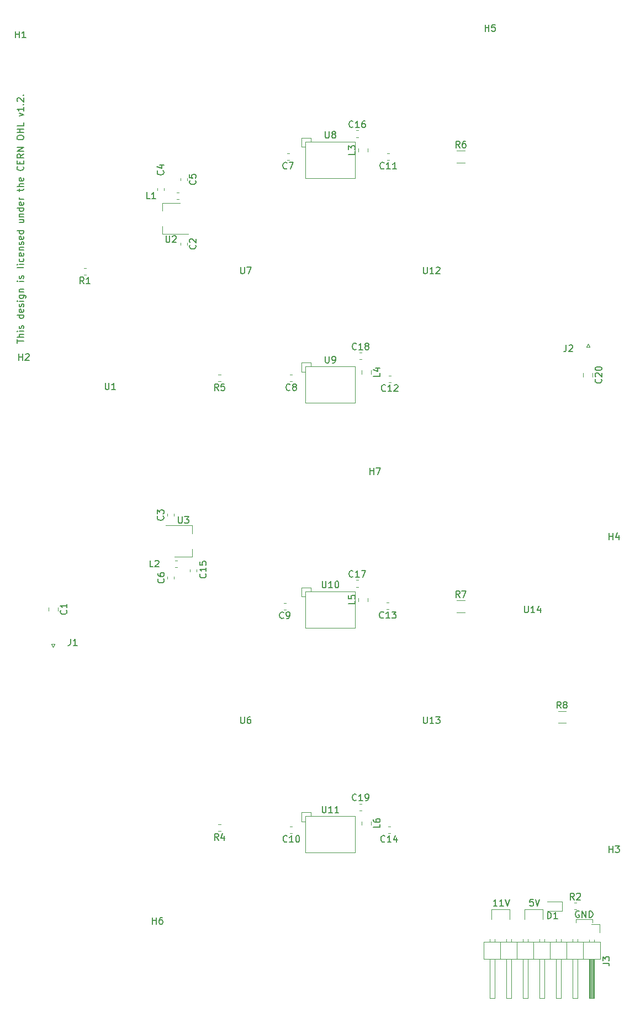
<source format=gto>
G04 #@! TF.GenerationSoftware,KiCad,Pcbnew,(5.99.0-221-ga18d3cc)*
G04 #@! TF.CreationDate,2019-11-20T11:00:34-07:00*
G04 #@! TF.ProjectId,gva-pha202amp,6776612d-7068-4613-9230-32616d702e6b,rev?*
G04 #@! TF.SameCoordinates,Original*
G04 #@! TF.FileFunction,Legend,Top*
G04 #@! TF.FilePolarity,Positive*
%FSLAX46Y46*%
G04 Gerber Fmt 4.6, Leading zero omitted, Abs format (unit mm)*
G04 Created by KiCad (PCBNEW (5.99.0-221-ga18d3cc)) date 2019-11-20 11:00:34*
%MOMM*%
%LPD*%
G04 APERTURE LIST*
%ADD10C,0.150000*%
%ADD11C,0.120000*%
%ADD12C,0.100000*%
G04 APERTURE END LIST*
D10*
X125452380Y-137095238D02*
X125452380Y-136523809D01*
X126452380Y-136809523D02*
X125452380Y-136809523D01*
X126452380Y-136190476D02*
X125452380Y-136190476D01*
X126452380Y-135761904D02*
X125928571Y-135761904D01*
X125833333Y-135809523D01*
X125785714Y-135904761D01*
X125785714Y-136047619D01*
X125833333Y-136142857D01*
X125880952Y-136190476D01*
X126452380Y-135285714D02*
X125785714Y-135285714D01*
X125452380Y-135285714D02*
X125500000Y-135333333D01*
X125547619Y-135285714D01*
X125500000Y-135238095D01*
X125452380Y-135285714D01*
X125547619Y-135285714D01*
X126404761Y-134857142D02*
X126452380Y-134761904D01*
X126452380Y-134571428D01*
X126404761Y-134476190D01*
X126309523Y-134428571D01*
X126261904Y-134428571D01*
X126166666Y-134476190D01*
X126119047Y-134571428D01*
X126119047Y-134714285D01*
X126071428Y-134809523D01*
X125976190Y-134857142D01*
X125928571Y-134857142D01*
X125833333Y-134809523D01*
X125785714Y-134714285D01*
X125785714Y-134571428D01*
X125833333Y-134476190D01*
X126452380Y-132809523D02*
X125452380Y-132809523D01*
X126404761Y-132809523D02*
X126452380Y-132904761D01*
X126452380Y-133095238D01*
X126404761Y-133190476D01*
X126357142Y-133238095D01*
X126261904Y-133285714D01*
X125976190Y-133285714D01*
X125880952Y-133238095D01*
X125833333Y-133190476D01*
X125785714Y-133095238D01*
X125785714Y-132904761D01*
X125833333Y-132809523D01*
X126404761Y-131952380D02*
X126452380Y-132047619D01*
X126452380Y-132238095D01*
X126404761Y-132333333D01*
X126309523Y-132380952D01*
X125928571Y-132380952D01*
X125833333Y-132333333D01*
X125785714Y-132238095D01*
X125785714Y-132047619D01*
X125833333Y-131952380D01*
X125928571Y-131904761D01*
X126023809Y-131904761D01*
X126119047Y-132380952D01*
X126404761Y-131523809D02*
X126452380Y-131428571D01*
X126452380Y-131238095D01*
X126404761Y-131142857D01*
X126309523Y-131095238D01*
X126261904Y-131095238D01*
X126166666Y-131142857D01*
X126119047Y-131238095D01*
X126119047Y-131380952D01*
X126071428Y-131476190D01*
X125976190Y-131523809D01*
X125928571Y-131523809D01*
X125833333Y-131476190D01*
X125785714Y-131380952D01*
X125785714Y-131238095D01*
X125833333Y-131142857D01*
X126452380Y-130666666D02*
X125785714Y-130666666D01*
X125452380Y-130666666D02*
X125500000Y-130714285D01*
X125547619Y-130666666D01*
X125500000Y-130619047D01*
X125452380Y-130666666D01*
X125547619Y-130666666D01*
X125785714Y-129761904D02*
X126595238Y-129761904D01*
X126690476Y-129809523D01*
X126738095Y-129857142D01*
X126785714Y-129952380D01*
X126785714Y-130095238D01*
X126738095Y-130190476D01*
X126404761Y-129761904D02*
X126452380Y-129857142D01*
X126452380Y-130047619D01*
X126404761Y-130142857D01*
X126357142Y-130190476D01*
X126261904Y-130238095D01*
X125976190Y-130238095D01*
X125880952Y-130190476D01*
X125833333Y-130142857D01*
X125785714Y-130047619D01*
X125785714Y-129857142D01*
X125833333Y-129761904D01*
X125785714Y-129285714D02*
X126452380Y-129285714D01*
X125880952Y-129285714D02*
X125833333Y-129238095D01*
X125785714Y-129142857D01*
X125785714Y-129000000D01*
X125833333Y-128904761D01*
X125928571Y-128857142D01*
X126452380Y-128857142D01*
X126452380Y-127619047D02*
X125785714Y-127619047D01*
X125452380Y-127619047D02*
X125500000Y-127666666D01*
X125547619Y-127619047D01*
X125500000Y-127571428D01*
X125452380Y-127619047D01*
X125547619Y-127619047D01*
X126404761Y-127190476D02*
X126452380Y-127095238D01*
X126452380Y-126904761D01*
X126404761Y-126809523D01*
X126309523Y-126761904D01*
X126261904Y-126761904D01*
X126166666Y-126809523D01*
X126119047Y-126904761D01*
X126119047Y-127047619D01*
X126071428Y-127142857D01*
X125976190Y-127190476D01*
X125928571Y-127190476D01*
X125833333Y-127142857D01*
X125785714Y-127047619D01*
X125785714Y-126904761D01*
X125833333Y-126809523D01*
X126452380Y-125428571D02*
X126404761Y-125523809D01*
X126309523Y-125571428D01*
X125452380Y-125571428D01*
X126452380Y-125047619D02*
X125785714Y-125047619D01*
X125452380Y-125047619D02*
X125500000Y-125095238D01*
X125547619Y-125047619D01*
X125500000Y-125000000D01*
X125452380Y-125047619D01*
X125547619Y-125047619D01*
X126404761Y-124142857D02*
X126452380Y-124238095D01*
X126452380Y-124428571D01*
X126404761Y-124523809D01*
X126357142Y-124571428D01*
X126261904Y-124619047D01*
X125976190Y-124619047D01*
X125880952Y-124571428D01*
X125833333Y-124523809D01*
X125785714Y-124428571D01*
X125785714Y-124238095D01*
X125833333Y-124142857D01*
X126404761Y-123333333D02*
X126452380Y-123428571D01*
X126452380Y-123619047D01*
X126404761Y-123714285D01*
X126309523Y-123761904D01*
X125928571Y-123761904D01*
X125833333Y-123714285D01*
X125785714Y-123619047D01*
X125785714Y-123428571D01*
X125833333Y-123333333D01*
X125928571Y-123285714D01*
X126023809Y-123285714D01*
X126119047Y-123761904D01*
X125785714Y-122857142D02*
X126452380Y-122857142D01*
X125880952Y-122857142D02*
X125833333Y-122809523D01*
X125785714Y-122714285D01*
X125785714Y-122571428D01*
X125833333Y-122476190D01*
X125928571Y-122428571D01*
X126452380Y-122428571D01*
X126404761Y-122000000D02*
X126452380Y-121904761D01*
X126452380Y-121714285D01*
X126404761Y-121619047D01*
X126309523Y-121571428D01*
X126261904Y-121571428D01*
X126166666Y-121619047D01*
X126119047Y-121714285D01*
X126119047Y-121857142D01*
X126071428Y-121952380D01*
X125976190Y-122000000D01*
X125928571Y-122000000D01*
X125833333Y-121952380D01*
X125785714Y-121857142D01*
X125785714Y-121714285D01*
X125833333Y-121619047D01*
X126404761Y-120761904D02*
X126452380Y-120857142D01*
X126452380Y-121047619D01*
X126404761Y-121142857D01*
X126309523Y-121190476D01*
X125928571Y-121190476D01*
X125833333Y-121142857D01*
X125785714Y-121047619D01*
X125785714Y-120857142D01*
X125833333Y-120761904D01*
X125928571Y-120714285D01*
X126023809Y-120714285D01*
X126119047Y-121190476D01*
X126452380Y-119857142D02*
X125452380Y-119857142D01*
X126404761Y-119857142D02*
X126452380Y-119952380D01*
X126452380Y-120142857D01*
X126404761Y-120238095D01*
X126357142Y-120285714D01*
X126261904Y-120333333D01*
X125976190Y-120333333D01*
X125880952Y-120285714D01*
X125833333Y-120238095D01*
X125785714Y-120142857D01*
X125785714Y-119952380D01*
X125833333Y-119857142D01*
X125785714Y-118190476D02*
X126452380Y-118190476D01*
X125785714Y-118619047D02*
X126309523Y-118619047D01*
X126404761Y-118571428D01*
X126452380Y-118476190D01*
X126452380Y-118333333D01*
X126404761Y-118238095D01*
X126357142Y-118190476D01*
X125785714Y-117714285D02*
X126452380Y-117714285D01*
X125880952Y-117714285D02*
X125833333Y-117666666D01*
X125785714Y-117571428D01*
X125785714Y-117428571D01*
X125833333Y-117333333D01*
X125928571Y-117285714D01*
X126452380Y-117285714D01*
X126452380Y-116380952D02*
X125452380Y-116380952D01*
X126404761Y-116380952D02*
X126452380Y-116476190D01*
X126452380Y-116666666D01*
X126404761Y-116761904D01*
X126357142Y-116809523D01*
X126261904Y-116857142D01*
X125976190Y-116857142D01*
X125880952Y-116809523D01*
X125833333Y-116761904D01*
X125785714Y-116666666D01*
X125785714Y-116476190D01*
X125833333Y-116380952D01*
X126404761Y-115523809D02*
X126452380Y-115619047D01*
X126452380Y-115809523D01*
X126404761Y-115904761D01*
X126309523Y-115952380D01*
X125928571Y-115952380D01*
X125833333Y-115904761D01*
X125785714Y-115809523D01*
X125785714Y-115619047D01*
X125833333Y-115523809D01*
X125928571Y-115476190D01*
X126023809Y-115476190D01*
X126119047Y-115952380D01*
X126452380Y-115047619D02*
X125785714Y-115047619D01*
X125976190Y-115047619D02*
X125880952Y-115000000D01*
X125833333Y-114952380D01*
X125785714Y-114857142D01*
X125785714Y-114761904D01*
X125785714Y-113809523D02*
X125785714Y-113428571D01*
X125452380Y-113666666D02*
X126309523Y-113666666D01*
X126404761Y-113619047D01*
X126452380Y-113523809D01*
X126452380Y-113428571D01*
X126452380Y-113095238D02*
X125452380Y-113095238D01*
X126452380Y-112666666D02*
X125928571Y-112666666D01*
X125833333Y-112714285D01*
X125785714Y-112809523D01*
X125785714Y-112952380D01*
X125833333Y-113047619D01*
X125880952Y-113095238D01*
X126404761Y-111809523D02*
X126452380Y-111904761D01*
X126452380Y-112095238D01*
X126404761Y-112190476D01*
X126309523Y-112238095D01*
X125928571Y-112238095D01*
X125833333Y-112190476D01*
X125785714Y-112095238D01*
X125785714Y-111904761D01*
X125833333Y-111809523D01*
X125928571Y-111761904D01*
X126023809Y-111761904D01*
X126119047Y-112238095D01*
X126357142Y-110000000D02*
X126404761Y-110047619D01*
X126452380Y-110190476D01*
X126452380Y-110285714D01*
X126404761Y-110428571D01*
X126309523Y-110523809D01*
X126214285Y-110571428D01*
X126023809Y-110619047D01*
X125880952Y-110619047D01*
X125690476Y-110571428D01*
X125595238Y-110523809D01*
X125500000Y-110428571D01*
X125452380Y-110285714D01*
X125452380Y-110190476D01*
X125500000Y-110047619D01*
X125547619Y-110000000D01*
X125928571Y-109571428D02*
X125928571Y-109238095D01*
X126452380Y-109095238D02*
X126452380Y-109571428D01*
X125452380Y-109571428D01*
X125452380Y-109095238D01*
X126452380Y-108095238D02*
X125976190Y-108428571D01*
X126452380Y-108666666D02*
X125452380Y-108666666D01*
X125452380Y-108285714D01*
X125500000Y-108190476D01*
X125547619Y-108142857D01*
X125642857Y-108095238D01*
X125785714Y-108095238D01*
X125880952Y-108142857D01*
X125928571Y-108190476D01*
X125976190Y-108285714D01*
X125976190Y-108666666D01*
X126452380Y-107666666D02*
X125452380Y-107666666D01*
X126452380Y-107095238D01*
X125452380Y-107095238D01*
X125452380Y-105666666D02*
X125452380Y-105476190D01*
X125500000Y-105380952D01*
X125595238Y-105285714D01*
X125785714Y-105238095D01*
X126119047Y-105238095D01*
X126309523Y-105285714D01*
X126404761Y-105380952D01*
X126452380Y-105476190D01*
X126452380Y-105666666D01*
X126404761Y-105761904D01*
X126309523Y-105857142D01*
X126119047Y-105904761D01*
X125785714Y-105904761D01*
X125595238Y-105857142D01*
X125500000Y-105761904D01*
X125452380Y-105666666D01*
X126452380Y-104809523D02*
X125452380Y-104809523D01*
X125928571Y-104809523D02*
X125928571Y-104238095D01*
X126452380Y-104238095D02*
X125452380Y-104238095D01*
X126452380Y-103285714D02*
X126452380Y-103761904D01*
X125452380Y-103761904D01*
X125785714Y-102285714D02*
X126452380Y-102047619D01*
X125785714Y-101809523D01*
X126452380Y-100904761D02*
X126452380Y-101476190D01*
X126452380Y-101190476D02*
X125452380Y-101190476D01*
X125595238Y-101285714D01*
X125690476Y-101380952D01*
X125738095Y-101476190D01*
X126357142Y-100476190D02*
X126404761Y-100428571D01*
X126452380Y-100476190D01*
X126404761Y-100523809D01*
X126357142Y-100476190D01*
X126452380Y-100476190D01*
X125547619Y-100047619D02*
X125500000Y-100000000D01*
X125452380Y-99904761D01*
X125452380Y-99666666D01*
X125500000Y-99571428D01*
X125547619Y-99523809D01*
X125642857Y-99476190D01*
X125738095Y-99476190D01*
X125880952Y-99523809D01*
X126452380Y-100095238D01*
X126452380Y-99476190D01*
X126357142Y-99047619D02*
X126404761Y-99000000D01*
X126452380Y-99047619D01*
X126404761Y-99095238D01*
X126357142Y-99047619D01*
X126452380Y-99047619D01*
D11*
X213672000Y-225550000D02*
X213672000Y-226058000D01*
X211132000Y-225550000D02*
X213672000Y-225550000D01*
X211132000Y-226058000D02*
X211132000Y-225550000D01*
X206052000Y-224026000D02*
X206052000Y-225550000D01*
X203258000Y-224026000D02*
X206052000Y-224026000D01*
X203258000Y-225550000D02*
X203258000Y-224026000D01*
X200972000Y-224026000D02*
X200972000Y-225550000D01*
X198178000Y-224026000D02*
X200972000Y-224026000D01*
X198178000Y-225550000D02*
X198178000Y-224026000D01*
D10*
X211640095Y-224288000D02*
X211544857Y-224240380D01*
X211402000Y-224240380D01*
X211259142Y-224288000D01*
X211163904Y-224383238D01*
X211116285Y-224478476D01*
X211068666Y-224668952D01*
X211068666Y-224811809D01*
X211116285Y-225002285D01*
X211163904Y-225097523D01*
X211259142Y-225192761D01*
X211402000Y-225240380D01*
X211497238Y-225240380D01*
X211640095Y-225192761D01*
X211687714Y-225145142D01*
X211687714Y-224811809D01*
X211497238Y-224811809D01*
X212116285Y-225240380D02*
X212116285Y-224240380D01*
X212687714Y-225240380D01*
X212687714Y-224240380D01*
X213163904Y-225240380D02*
X213163904Y-224240380D01*
X213402000Y-224240380D01*
X213544857Y-224288000D01*
X213640095Y-224383238D01*
X213687714Y-224478476D01*
X213735333Y-224668952D01*
X213735333Y-224811809D01*
X213687714Y-225002285D01*
X213640095Y-225097523D01*
X213544857Y-225192761D01*
X213402000Y-225240380D01*
X213163904Y-225240380D01*
X204599523Y-222462380D02*
X204123333Y-222462380D01*
X204075714Y-222938571D01*
X204123333Y-222890952D01*
X204218571Y-222843333D01*
X204456666Y-222843333D01*
X204551904Y-222890952D01*
X204599523Y-222938571D01*
X204647142Y-223033809D01*
X204647142Y-223271904D01*
X204599523Y-223367142D01*
X204551904Y-223414761D01*
X204456666Y-223462380D01*
X204218571Y-223462380D01*
X204123333Y-223414761D01*
X204075714Y-223367142D01*
X204932857Y-222462380D02*
X205266190Y-223462380D01*
X205599523Y-222462380D01*
X199082952Y-223462380D02*
X198511523Y-223462380D01*
X198797238Y-223462380D02*
X198797238Y-222462380D01*
X198702000Y-222605238D01*
X198606761Y-222700476D01*
X198511523Y-222748095D01*
X200035333Y-223462380D02*
X199463904Y-223462380D01*
X199749619Y-223462380D02*
X199749619Y-222462380D01*
X199654380Y-222605238D01*
X199559142Y-222700476D01*
X199463904Y-222748095D01*
X200321047Y-222462380D02*
X200654380Y-223462380D01*
X200987714Y-222462380D01*
D11*
X151990000Y-172171267D02*
X151990000Y-171828733D01*
X153010000Y-172171267D02*
X153010000Y-171828733D01*
D12*
X169700000Y-209700000D02*
X177300000Y-209700000D01*
X177300000Y-209700000D02*
X177300000Y-215300000D01*
X177300000Y-215300000D02*
X169700000Y-215300000D01*
X169700000Y-215300000D02*
X169700000Y-209700000D01*
X169700000Y-210500000D02*
X169100000Y-210500000D01*
X169100000Y-210500000D02*
X169100000Y-209100000D01*
X169100000Y-209100000D02*
X170500000Y-209100000D01*
X170500000Y-209100000D02*
X170500000Y-209700000D01*
D11*
X210887221Y-222990000D02*
X211212779Y-222990000D01*
X210887221Y-224010000D02*
X211212779Y-224010000D01*
X214870000Y-228980000D02*
X196970000Y-228980000D01*
X196970000Y-228980000D02*
X196970000Y-231640000D01*
X196970000Y-231640000D02*
X214870000Y-231640000D01*
X214870000Y-231640000D02*
X214870000Y-228980000D01*
X213920000Y-231640000D02*
X213920000Y-237640000D01*
X213920000Y-237640000D02*
X213160000Y-237640000D01*
X213160000Y-237640000D02*
X213160000Y-231640000D01*
X213860000Y-231640000D02*
X213860000Y-237640000D01*
X213740000Y-231640000D02*
X213740000Y-237640000D01*
X213620000Y-231640000D02*
X213620000Y-237640000D01*
X213500000Y-231640000D02*
X213500000Y-237640000D01*
X213380000Y-231640000D02*
X213380000Y-237640000D01*
X213260000Y-231640000D02*
X213260000Y-237640000D01*
X213920000Y-228650000D02*
X213920000Y-228980000D01*
X213160000Y-228650000D02*
X213160000Y-228980000D01*
X212270000Y-228980000D02*
X212270000Y-231640000D01*
X211380000Y-231640000D02*
X211380000Y-237640000D01*
X211380000Y-237640000D02*
X210620000Y-237640000D01*
X210620000Y-237640000D02*
X210620000Y-231640000D01*
X211380000Y-228582929D02*
X211380000Y-228980000D01*
X210620000Y-228582929D02*
X210620000Y-228980000D01*
X209730000Y-228980000D02*
X209730000Y-231640000D01*
X208840000Y-231640000D02*
X208840000Y-237640000D01*
X208840000Y-237640000D02*
X208080000Y-237640000D01*
X208080000Y-237640000D02*
X208080000Y-231640000D01*
X208840000Y-228582929D02*
X208840000Y-228980000D01*
X208080000Y-228582929D02*
X208080000Y-228980000D01*
X207190000Y-228980000D02*
X207190000Y-231640000D01*
X206300000Y-231640000D02*
X206300000Y-237640000D01*
X206300000Y-237640000D02*
X205540000Y-237640000D01*
X205540000Y-237640000D02*
X205540000Y-231640000D01*
X206300000Y-228582929D02*
X206300000Y-228980000D01*
X205540000Y-228582929D02*
X205540000Y-228980000D01*
X204650000Y-228980000D02*
X204650000Y-231640000D01*
X203760000Y-231640000D02*
X203760000Y-237640000D01*
X203760000Y-237640000D02*
X203000000Y-237640000D01*
X203000000Y-237640000D02*
X203000000Y-231640000D01*
X203760000Y-228582929D02*
X203760000Y-228980000D01*
X203000000Y-228582929D02*
X203000000Y-228980000D01*
X202110000Y-228980000D02*
X202110000Y-231640000D01*
X201220000Y-231640000D02*
X201220000Y-237640000D01*
X201220000Y-237640000D02*
X200460000Y-237640000D01*
X200460000Y-237640000D02*
X200460000Y-231640000D01*
X201220000Y-228582929D02*
X201220000Y-228980000D01*
X200460000Y-228582929D02*
X200460000Y-228980000D01*
X199570000Y-228980000D02*
X199570000Y-231640000D01*
X198680000Y-231640000D02*
X198680000Y-237640000D01*
X198680000Y-237640000D02*
X197920000Y-237640000D01*
X197920000Y-237640000D02*
X197920000Y-231640000D01*
X198680000Y-228582929D02*
X198680000Y-228980000D01*
X197920000Y-228582929D02*
X197920000Y-228980000D01*
X213540000Y-226270000D02*
X214810000Y-226270000D01*
X214810000Y-226270000D02*
X214810000Y-227540000D01*
X206740000Y-224275000D02*
X209025000Y-224275000D01*
X209025000Y-224275000D02*
X209025000Y-222805000D01*
X209025000Y-222805000D02*
X206740000Y-222805000D01*
D12*
X169700000Y-175200000D02*
X177300000Y-175200000D01*
X177300000Y-175200000D02*
X177300000Y-180800000D01*
X177300000Y-180800000D02*
X169700000Y-180800000D01*
X169700000Y-180800000D02*
X169700000Y-175200000D01*
X169700000Y-176000000D02*
X169100000Y-176000000D01*
X169100000Y-176000000D02*
X169100000Y-174600000D01*
X169100000Y-174600000D02*
X170500000Y-174600000D01*
X170500000Y-174600000D02*
X170500000Y-175200000D01*
X169700000Y-140700000D02*
X177300000Y-140700000D01*
X177300000Y-140700000D02*
X177300000Y-146300000D01*
X177300000Y-146300000D02*
X169700000Y-146300000D01*
X169700000Y-146300000D02*
X169700000Y-140700000D01*
X169700000Y-141500000D02*
X169100000Y-141500000D01*
X169100000Y-141500000D02*
X169100000Y-140100000D01*
X169100000Y-140100000D02*
X170500000Y-140100000D01*
X170500000Y-140100000D02*
X170500000Y-140700000D01*
X169700000Y-106200000D02*
X177300000Y-106200000D01*
X177300000Y-106200000D02*
X177300000Y-111800000D01*
X177300000Y-111800000D02*
X169700000Y-111800000D01*
X169700000Y-111800000D02*
X169700000Y-106200000D01*
X169700000Y-107000000D02*
X169100000Y-107000000D01*
X169100000Y-107000000D02*
X169100000Y-105600000D01*
X169100000Y-105600000D02*
X170500000Y-105600000D01*
X170500000Y-105600000D02*
X170500000Y-106200000D01*
D11*
X208410436Y-193590000D02*
X209614564Y-193590000D01*
X208410436Y-195410000D02*
X209614564Y-195410000D01*
X192897936Y-176590000D02*
X194102064Y-176590000D01*
X192897936Y-178410000D02*
X194102064Y-178410000D01*
X192897936Y-107590000D02*
X194102064Y-107590000D01*
X192897936Y-109410000D02*
X194102064Y-109410000D01*
X156671267Y-143010000D02*
X156328733Y-143010000D01*
X156671267Y-141990000D02*
X156328733Y-141990000D01*
X156671267Y-212010000D02*
X156328733Y-212010000D01*
X156671267Y-210990000D02*
X156328733Y-210990000D01*
X136046267Y-126635000D02*
X135703733Y-126635000D01*
X136046267Y-125615000D02*
X135703733Y-125615000D01*
X179710000Y-210513748D02*
X179710000Y-211036252D01*
X178290000Y-210513748D02*
X178290000Y-211036252D01*
X177790000Y-176736252D02*
X177790000Y-176213748D01*
X179210000Y-176736252D02*
X179210000Y-176213748D01*
X179710000Y-141313748D02*
X179710000Y-141836252D01*
X178290000Y-141313748D02*
X178290000Y-141836252D01*
X177790000Y-107786252D02*
X177790000Y-107263748D01*
X179210000Y-107786252D02*
X179210000Y-107263748D01*
X150046267Y-171510000D02*
X149703733Y-171510000D01*
X150046267Y-170490000D02*
X149703733Y-170490000D01*
X150296267Y-115010000D02*
X149953733Y-115010000D01*
X150296267Y-113990000D02*
X149953733Y-113990000D01*
X213710000Y-141741422D02*
X213710000Y-142258578D01*
X212290000Y-141741422D02*
X212290000Y-142258578D01*
X177953733Y-207790000D02*
X178296267Y-207790000D01*
X177953733Y-208810000D02*
X178296267Y-208810000D01*
X177953733Y-138590000D02*
X178296267Y-138590000D01*
X177953733Y-139610000D02*
X178296267Y-139610000D01*
X177453733Y-173490000D02*
X177796267Y-173490000D01*
X177453733Y-174510000D02*
X177796267Y-174510000D01*
X177453733Y-104490000D02*
X177796267Y-104490000D01*
X177453733Y-105510000D02*
X177796267Y-105510000D01*
X182671267Y-212310000D02*
X182328733Y-212310000D01*
X182671267Y-211290000D02*
X182328733Y-211290000D01*
X182471267Y-177960000D02*
X182128733Y-177960000D01*
X182471267Y-176940000D02*
X182128733Y-176940000D01*
X182771267Y-143135000D02*
X182428733Y-143135000D01*
X182771267Y-142115000D02*
X182428733Y-142115000D01*
X182546267Y-109010000D02*
X182203733Y-109010000D01*
X182546267Y-107990000D02*
X182203733Y-107990000D01*
X167671267Y-212310000D02*
X167328733Y-212310000D01*
X167671267Y-211290000D02*
X167328733Y-211290000D01*
X166671267Y-178010000D02*
X166328733Y-178010000D01*
X166671267Y-176990000D02*
X166328733Y-176990000D01*
X167671267Y-143010000D02*
X167328733Y-143010000D01*
X167671267Y-141990000D02*
X167328733Y-141990000D01*
X167171267Y-109010000D02*
X166828733Y-109010000D01*
X167171267Y-107990000D02*
X166828733Y-107990000D01*
X148490000Y-173296267D02*
X148490000Y-172953733D01*
X149510000Y-173296267D02*
X149510000Y-172953733D01*
X151510000Y-111828733D02*
X151510000Y-112171267D01*
X150490000Y-111828733D02*
X150490000Y-112171267D01*
X148010000Y-113328733D02*
X148010000Y-113671267D01*
X146990000Y-113328733D02*
X146990000Y-113671267D01*
X148490000Y-163671267D02*
X148490000Y-163328733D01*
X149510000Y-163671267D02*
X149510000Y-163328733D01*
X151510000Y-121703733D02*
X151510000Y-122046267D01*
X150490000Y-121703733D02*
X150490000Y-122046267D01*
X213250000Y-137710000D02*
X213000000Y-137210000D01*
X212750000Y-137710000D02*
X213250000Y-137710000D01*
X213000000Y-137210000D02*
X212750000Y-137710000D01*
X130750000Y-183290000D02*
X131000000Y-183790000D01*
X131250000Y-183290000D02*
X130750000Y-183290000D01*
X131000000Y-183790000D02*
X131250000Y-183290000D01*
X131710000Y-177678922D02*
X131710000Y-178196078D01*
X130290000Y-177678922D02*
X130290000Y-178196078D01*
X152280000Y-168700000D02*
X152280000Y-169900000D01*
X152280000Y-169900000D02*
X149580000Y-169900000D01*
X148280000Y-165100000D02*
X152280000Y-165100000D01*
X152280000Y-165100000D02*
X152280000Y-166300000D01*
X147720000Y-116800000D02*
X147720000Y-115600000D01*
X147720000Y-115600000D02*
X150420000Y-115600000D01*
X151720000Y-120400000D02*
X147720000Y-120400000D01*
X147720000Y-120400000D02*
X147720000Y-119200000D01*
D10*
X179588095Y-157252380D02*
X179588095Y-156252380D01*
X179588095Y-156728571D02*
X180159523Y-156728571D01*
X180159523Y-157252380D02*
X180159523Y-156252380D01*
X180540476Y-156252380D02*
X181207142Y-156252380D01*
X180778571Y-157252380D01*
X146238095Y-226252380D02*
X146238095Y-225252380D01*
X146238095Y-225728571D02*
X146809523Y-225728571D01*
X146809523Y-226252380D02*
X146809523Y-225252380D01*
X147714285Y-225252380D02*
X147523809Y-225252380D01*
X147428571Y-225300000D01*
X147380952Y-225347619D01*
X147285714Y-225490476D01*
X147238095Y-225680952D01*
X147238095Y-226061904D01*
X147285714Y-226157142D01*
X147333333Y-226204761D01*
X147428571Y-226252380D01*
X147619047Y-226252380D01*
X147714285Y-226204761D01*
X147761904Y-226157142D01*
X147809523Y-226061904D01*
X147809523Y-225823809D01*
X147761904Y-225728571D01*
X147714285Y-225680952D01*
X147619047Y-225633333D01*
X147428571Y-225633333D01*
X147333333Y-225680952D01*
X147285714Y-225728571D01*
X147238095Y-225823809D01*
X197238095Y-89252380D02*
X197238095Y-88252380D01*
X197238095Y-88728571D02*
X197809523Y-88728571D01*
X197809523Y-89252380D02*
X197809523Y-88252380D01*
X198761904Y-88252380D02*
X198285714Y-88252380D01*
X198238095Y-88728571D01*
X198285714Y-88680952D01*
X198380952Y-88633333D01*
X198619047Y-88633333D01*
X198714285Y-88680952D01*
X198761904Y-88728571D01*
X198809523Y-88823809D01*
X198809523Y-89061904D01*
X198761904Y-89157142D01*
X198714285Y-89204761D01*
X198619047Y-89252380D01*
X198380952Y-89252380D01*
X198285714Y-89204761D01*
X198238095Y-89157142D01*
X216238095Y-167252380D02*
X216238095Y-166252380D01*
X216238095Y-166728571D02*
X216809523Y-166728571D01*
X216809523Y-167252380D02*
X216809523Y-166252380D01*
X217714285Y-166585714D02*
X217714285Y-167252380D01*
X217476190Y-166204761D02*
X217238095Y-166919047D01*
X217857142Y-166919047D01*
X216238095Y-215252380D02*
X216238095Y-214252380D01*
X216238095Y-214728571D02*
X216809523Y-214728571D01*
X216809523Y-215252380D02*
X216809523Y-214252380D01*
X217190476Y-214252380D02*
X217809523Y-214252380D01*
X217476190Y-214633333D01*
X217619047Y-214633333D01*
X217714285Y-214680952D01*
X217761904Y-214728571D01*
X217809523Y-214823809D01*
X217809523Y-215061904D01*
X217761904Y-215157142D01*
X217714285Y-215204761D01*
X217619047Y-215252380D01*
X217333333Y-215252380D01*
X217238095Y-215204761D01*
X217190476Y-215157142D01*
X125738095Y-139752380D02*
X125738095Y-138752380D01*
X125738095Y-139228571D02*
X126309523Y-139228571D01*
X126309523Y-139752380D02*
X126309523Y-138752380D01*
X126738095Y-138847619D02*
X126785714Y-138800000D01*
X126880952Y-138752380D01*
X127119047Y-138752380D01*
X127214285Y-138800000D01*
X127261904Y-138847619D01*
X127309523Y-138942857D01*
X127309523Y-139038095D01*
X127261904Y-139180952D01*
X126690476Y-139752380D01*
X127309523Y-139752380D01*
X125238095Y-90252380D02*
X125238095Y-89252380D01*
X125238095Y-89728571D02*
X125809523Y-89728571D01*
X125809523Y-90252380D02*
X125809523Y-89252380D01*
X126809523Y-90252380D02*
X126238095Y-90252380D01*
X126523809Y-90252380D02*
X126523809Y-89252380D01*
X126428571Y-89395238D01*
X126333333Y-89490476D01*
X126238095Y-89538095D01*
X154357142Y-172517857D02*
X154404761Y-172565476D01*
X154452380Y-172708333D01*
X154452380Y-172803571D01*
X154404761Y-172946428D01*
X154309523Y-173041666D01*
X154214285Y-173089285D01*
X154023809Y-173136904D01*
X153880952Y-173136904D01*
X153690476Y-173089285D01*
X153595238Y-173041666D01*
X153500000Y-172946428D01*
X153452380Y-172803571D01*
X153452380Y-172708333D01*
X153500000Y-172565476D01*
X153547619Y-172517857D01*
X154452380Y-171565476D02*
X154452380Y-172136904D01*
X154452380Y-171851190D02*
X153452380Y-171851190D01*
X153595238Y-171946428D01*
X153690476Y-172041666D01*
X153738095Y-172136904D01*
X153452380Y-170660714D02*
X153452380Y-171136904D01*
X153928571Y-171184523D01*
X153880952Y-171136904D01*
X153833333Y-171041666D01*
X153833333Y-170803571D01*
X153880952Y-170708333D01*
X153928571Y-170660714D01*
X154023809Y-170613095D01*
X154261904Y-170613095D01*
X154357142Y-170660714D01*
X154404761Y-170708333D01*
X154452380Y-170803571D01*
X154452380Y-171041666D01*
X154404761Y-171136904D01*
X154357142Y-171184523D01*
X172261904Y-208152380D02*
X172261904Y-208961904D01*
X172309523Y-209057142D01*
X172357142Y-209104761D01*
X172452380Y-209152380D01*
X172642857Y-209152380D01*
X172738095Y-209104761D01*
X172785714Y-209057142D01*
X172833333Y-208961904D01*
X172833333Y-208152380D01*
X173833333Y-209152380D02*
X173261904Y-209152380D01*
X173547619Y-209152380D02*
X173547619Y-208152380D01*
X173452380Y-208295238D01*
X173357142Y-208390476D01*
X173261904Y-208438095D01*
X174785714Y-209152380D02*
X174214285Y-209152380D01*
X174500000Y-209152380D02*
X174500000Y-208152380D01*
X174404761Y-208295238D01*
X174309523Y-208390476D01*
X174214285Y-208438095D01*
X210883333Y-222522380D02*
X210550000Y-222046190D01*
X210311904Y-222522380D02*
X210311904Y-221522380D01*
X210692857Y-221522380D01*
X210788095Y-221570000D01*
X210835714Y-221617619D01*
X210883333Y-221712857D01*
X210883333Y-221855714D01*
X210835714Y-221950952D01*
X210788095Y-221998571D01*
X210692857Y-222046190D01*
X210311904Y-222046190D01*
X211264285Y-221617619D02*
X211311904Y-221570000D01*
X211407142Y-221522380D01*
X211645238Y-221522380D01*
X211740476Y-221570000D01*
X211788095Y-221617619D01*
X211835714Y-221712857D01*
X211835714Y-221808095D01*
X211788095Y-221950952D01*
X211216666Y-222522380D01*
X211835714Y-222522380D01*
X215262380Y-232258333D02*
X215976666Y-232258333D01*
X216119523Y-232305952D01*
X216214761Y-232401190D01*
X216262380Y-232544047D01*
X216262380Y-232639285D01*
X215262380Y-231877380D02*
X215262380Y-231258333D01*
X215643333Y-231591666D01*
X215643333Y-231448809D01*
X215690952Y-231353571D01*
X215738571Y-231305952D01*
X215833809Y-231258333D01*
X216071904Y-231258333D01*
X216167142Y-231305952D01*
X216214761Y-231353571D01*
X216262380Y-231448809D01*
X216262380Y-231734523D01*
X216214761Y-231829761D01*
X216167142Y-231877380D01*
X206801904Y-225422380D02*
X206801904Y-224422380D01*
X207040000Y-224422380D01*
X207182857Y-224470000D01*
X207278095Y-224565238D01*
X207325714Y-224660476D01*
X207373333Y-224850952D01*
X207373333Y-224993809D01*
X207325714Y-225184285D01*
X207278095Y-225279523D01*
X207182857Y-225374761D01*
X207040000Y-225422380D01*
X206801904Y-225422380D01*
X208325714Y-225422380D02*
X207754285Y-225422380D01*
X208040000Y-225422380D02*
X208040000Y-224422380D01*
X207944761Y-224565238D01*
X207849523Y-224660476D01*
X207754285Y-224708095D01*
X203261904Y-177452380D02*
X203261904Y-178261904D01*
X203309523Y-178357142D01*
X203357142Y-178404761D01*
X203452380Y-178452380D01*
X203642857Y-178452380D01*
X203738095Y-178404761D01*
X203785714Y-178357142D01*
X203833333Y-178261904D01*
X203833333Y-177452380D01*
X204833333Y-178452380D02*
X204261904Y-178452380D01*
X204547619Y-178452380D02*
X204547619Y-177452380D01*
X204452380Y-177595238D01*
X204357142Y-177690476D01*
X204261904Y-177738095D01*
X205690476Y-177785714D02*
X205690476Y-178452380D01*
X205452380Y-177404761D02*
X205214285Y-178119047D01*
X205833333Y-178119047D01*
X187761904Y-194452380D02*
X187761904Y-195261904D01*
X187809523Y-195357142D01*
X187857142Y-195404761D01*
X187952380Y-195452380D01*
X188142857Y-195452380D01*
X188238095Y-195404761D01*
X188285714Y-195357142D01*
X188333333Y-195261904D01*
X188333333Y-194452380D01*
X189333333Y-195452380D02*
X188761904Y-195452380D01*
X189047619Y-195452380D02*
X189047619Y-194452380D01*
X188952380Y-194595238D01*
X188857142Y-194690476D01*
X188761904Y-194738095D01*
X189666666Y-194452380D02*
X190285714Y-194452380D01*
X189952380Y-194833333D01*
X190095238Y-194833333D01*
X190190476Y-194880952D01*
X190238095Y-194928571D01*
X190285714Y-195023809D01*
X190285714Y-195261904D01*
X190238095Y-195357142D01*
X190190476Y-195404761D01*
X190095238Y-195452380D01*
X189809523Y-195452380D01*
X189714285Y-195404761D01*
X189666666Y-195357142D01*
X187761904Y-125452380D02*
X187761904Y-126261904D01*
X187809523Y-126357142D01*
X187857142Y-126404761D01*
X187952380Y-126452380D01*
X188142857Y-126452380D01*
X188238095Y-126404761D01*
X188285714Y-126357142D01*
X188333333Y-126261904D01*
X188333333Y-125452380D01*
X189333333Y-126452380D02*
X188761904Y-126452380D01*
X189047619Y-126452380D02*
X189047619Y-125452380D01*
X188952380Y-125595238D01*
X188857142Y-125690476D01*
X188761904Y-125738095D01*
X189714285Y-125547619D02*
X189761904Y-125500000D01*
X189857142Y-125452380D01*
X190095238Y-125452380D01*
X190190476Y-125500000D01*
X190238095Y-125547619D01*
X190285714Y-125642857D01*
X190285714Y-125738095D01*
X190238095Y-125880952D01*
X189666666Y-126452380D01*
X190285714Y-126452380D01*
X159738095Y-125452380D02*
X159738095Y-126261904D01*
X159785714Y-126357142D01*
X159833333Y-126404761D01*
X159928571Y-126452380D01*
X160119047Y-126452380D01*
X160214285Y-126404761D01*
X160261904Y-126357142D01*
X160309523Y-126261904D01*
X160309523Y-125452380D01*
X160690476Y-125452380D02*
X161357142Y-125452380D01*
X160928571Y-126452380D01*
X159738095Y-194452380D02*
X159738095Y-195261904D01*
X159785714Y-195357142D01*
X159833333Y-195404761D01*
X159928571Y-195452380D01*
X160119047Y-195452380D01*
X160214285Y-195404761D01*
X160261904Y-195357142D01*
X160309523Y-195261904D01*
X160309523Y-194452380D01*
X161214285Y-194452380D02*
X161023809Y-194452380D01*
X160928571Y-194500000D01*
X160880952Y-194547619D01*
X160785714Y-194690476D01*
X160738095Y-194880952D01*
X160738095Y-195261904D01*
X160785714Y-195357142D01*
X160833333Y-195404761D01*
X160928571Y-195452380D01*
X161119047Y-195452380D01*
X161214285Y-195404761D01*
X161261904Y-195357142D01*
X161309523Y-195261904D01*
X161309523Y-195023809D01*
X161261904Y-194928571D01*
X161214285Y-194880952D01*
X161119047Y-194833333D01*
X160928571Y-194833333D01*
X160833333Y-194880952D01*
X160785714Y-194928571D01*
X160738095Y-195023809D01*
X138988095Y-143227380D02*
X138988095Y-144036904D01*
X139035714Y-144132142D01*
X139083333Y-144179761D01*
X139178571Y-144227380D01*
X139369047Y-144227380D01*
X139464285Y-144179761D01*
X139511904Y-144132142D01*
X139559523Y-144036904D01*
X139559523Y-143227380D01*
X140559523Y-144227380D02*
X139988095Y-144227380D01*
X140273809Y-144227380D02*
X140273809Y-143227380D01*
X140178571Y-143370238D01*
X140083333Y-143465476D01*
X139988095Y-143513095D01*
X172261904Y-173652380D02*
X172261904Y-174461904D01*
X172309523Y-174557142D01*
X172357142Y-174604761D01*
X172452380Y-174652380D01*
X172642857Y-174652380D01*
X172738095Y-174604761D01*
X172785714Y-174557142D01*
X172833333Y-174461904D01*
X172833333Y-173652380D01*
X173833333Y-174652380D02*
X173261904Y-174652380D01*
X173547619Y-174652380D02*
X173547619Y-173652380D01*
X173452380Y-173795238D01*
X173357142Y-173890476D01*
X173261904Y-173938095D01*
X174452380Y-173652380D02*
X174547619Y-173652380D01*
X174642857Y-173700000D01*
X174690476Y-173747619D01*
X174738095Y-173842857D01*
X174785714Y-174033333D01*
X174785714Y-174271428D01*
X174738095Y-174461904D01*
X174690476Y-174557142D01*
X174642857Y-174604761D01*
X174547619Y-174652380D01*
X174452380Y-174652380D01*
X174357142Y-174604761D01*
X174309523Y-174557142D01*
X174261904Y-174461904D01*
X174214285Y-174271428D01*
X174214285Y-174033333D01*
X174261904Y-173842857D01*
X174309523Y-173747619D01*
X174357142Y-173700000D01*
X174452380Y-173652380D01*
X172738095Y-139152380D02*
X172738095Y-139961904D01*
X172785714Y-140057142D01*
X172833333Y-140104761D01*
X172928571Y-140152380D01*
X173119047Y-140152380D01*
X173214285Y-140104761D01*
X173261904Y-140057142D01*
X173309523Y-139961904D01*
X173309523Y-139152380D01*
X173833333Y-140152380D02*
X174023809Y-140152380D01*
X174119047Y-140104761D01*
X174166666Y-140057142D01*
X174261904Y-139914285D01*
X174309523Y-139723809D01*
X174309523Y-139342857D01*
X174261904Y-139247619D01*
X174214285Y-139200000D01*
X174119047Y-139152380D01*
X173928571Y-139152380D01*
X173833333Y-139200000D01*
X173785714Y-139247619D01*
X173738095Y-139342857D01*
X173738095Y-139580952D01*
X173785714Y-139676190D01*
X173833333Y-139723809D01*
X173928571Y-139771428D01*
X174119047Y-139771428D01*
X174214285Y-139723809D01*
X174261904Y-139676190D01*
X174309523Y-139580952D01*
X172738095Y-104652380D02*
X172738095Y-105461904D01*
X172785714Y-105557142D01*
X172833333Y-105604761D01*
X172928571Y-105652380D01*
X173119047Y-105652380D01*
X173214285Y-105604761D01*
X173261904Y-105557142D01*
X173309523Y-105461904D01*
X173309523Y-104652380D01*
X173928571Y-105080952D02*
X173833333Y-105033333D01*
X173785714Y-104985714D01*
X173738095Y-104890476D01*
X173738095Y-104842857D01*
X173785714Y-104747619D01*
X173833333Y-104700000D01*
X173928571Y-104652380D01*
X174119047Y-104652380D01*
X174214285Y-104700000D01*
X174261904Y-104747619D01*
X174309523Y-104842857D01*
X174309523Y-104890476D01*
X174261904Y-104985714D01*
X174214285Y-105033333D01*
X174119047Y-105080952D01*
X173928571Y-105080952D01*
X173833333Y-105128571D01*
X173785714Y-105176190D01*
X173738095Y-105271428D01*
X173738095Y-105461904D01*
X173785714Y-105557142D01*
X173833333Y-105604761D01*
X173928571Y-105652380D01*
X174119047Y-105652380D01*
X174214285Y-105604761D01*
X174261904Y-105557142D01*
X174309523Y-105461904D01*
X174309523Y-105271428D01*
X174261904Y-105176190D01*
X174214285Y-105128571D01*
X174119047Y-105080952D01*
X208845833Y-193132380D02*
X208512500Y-192656190D01*
X208274404Y-193132380D02*
X208274404Y-192132380D01*
X208655357Y-192132380D01*
X208750595Y-192180000D01*
X208798214Y-192227619D01*
X208845833Y-192322857D01*
X208845833Y-192465714D01*
X208798214Y-192560952D01*
X208750595Y-192608571D01*
X208655357Y-192656190D01*
X208274404Y-192656190D01*
X209417261Y-192560952D02*
X209322023Y-192513333D01*
X209274404Y-192465714D01*
X209226785Y-192370476D01*
X209226785Y-192322857D01*
X209274404Y-192227619D01*
X209322023Y-192180000D01*
X209417261Y-192132380D01*
X209607738Y-192132380D01*
X209702976Y-192180000D01*
X209750595Y-192227619D01*
X209798214Y-192322857D01*
X209798214Y-192370476D01*
X209750595Y-192465714D01*
X209702976Y-192513333D01*
X209607738Y-192560952D01*
X209417261Y-192560952D01*
X209322023Y-192608571D01*
X209274404Y-192656190D01*
X209226785Y-192751428D01*
X209226785Y-192941904D01*
X209274404Y-193037142D01*
X209322023Y-193084761D01*
X209417261Y-193132380D01*
X209607738Y-193132380D01*
X209702976Y-193084761D01*
X209750595Y-193037142D01*
X209798214Y-192941904D01*
X209798214Y-192751428D01*
X209750595Y-192656190D01*
X209702976Y-192608571D01*
X209607738Y-192560952D01*
X193333333Y-176132380D02*
X193000000Y-175656190D01*
X192761904Y-176132380D02*
X192761904Y-175132380D01*
X193142857Y-175132380D01*
X193238095Y-175180000D01*
X193285714Y-175227619D01*
X193333333Y-175322857D01*
X193333333Y-175465714D01*
X193285714Y-175560952D01*
X193238095Y-175608571D01*
X193142857Y-175656190D01*
X192761904Y-175656190D01*
X193666666Y-175132380D02*
X194333333Y-175132380D01*
X193904761Y-176132380D01*
X193333333Y-107132380D02*
X193000000Y-106656190D01*
X192761904Y-107132380D02*
X192761904Y-106132380D01*
X193142857Y-106132380D01*
X193238095Y-106180000D01*
X193285714Y-106227619D01*
X193333333Y-106322857D01*
X193333333Y-106465714D01*
X193285714Y-106560952D01*
X193238095Y-106608571D01*
X193142857Y-106656190D01*
X192761904Y-106656190D01*
X194190476Y-106132380D02*
X194000000Y-106132380D01*
X193904761Y-106180000D01*
X193857142Y-106227619D01*
X193761904Y-106370476D01*
X193714285Y-106560952D01*
X193714285Y-106941904D01*
X193761904Y-107037142D01*
X193809523Y-107084761D01*
X193904761Y-107132380D01*
X194095238Y-107132380D01*
X194190476Y-107084761D01*
X194238095Y-107037142D01*
X194285714Y-106941904D01*
X194285714Y-106703809D01*
X194238095Y-106608571D01*
X194190476Y-106560952D01*
X194095238Y-106513333D01*
X193904761Y-106513333D01*
X193809523Y-106560952D01*
X193761904Y-106608571D01*
X193714285Y-106703809D01*
X156333333Y-144382380D02*
X156000000Y-143906190D01*
X155761904Y-144382380D02*
X155761904Y-143382380D01*
X156142857Y-143382380D01*
X156238095Y-143430000D01*
X156285714Y-143477619D01*
X156333333Y-143572857D01*
X156333333Y-143715714D01*
X156285714Y-143810952D01*
X156238095Y-143858571D01*
X156142857Y-143906190D01*
X155761904Y-143906190D01*
X157238095Y-143382380D02*
X156761904Y-143382380D01*
X156714285Y-143858571D01*
X156761904Y-143810952D01*
X156857142Y-143763333D01*
X157095238Y-143763333D01*
X157190476Y-143810952D01*
X157238095Y-143858571D01*
X157285714Y-143953809D01*
X157285714Y-144191904D01*
X157238095Y-144287142D01*
X157190476Y-144334761D01*
X157095238Y-144382380D01*
X156857142Y-144382380D01*
X156761904Y-144334761D01*
X156714285Y-144287142D01*
X156333333Y-213382380D02*
X156000000Y-212906190D01*
X155761904Y-213382380D02*
X155761904Y-212382380D01*
X156142857Y-212382380D01*
X156238095Y-212430000D01*
X156285714Y-212477619D01*
X156333333Y-212572857D01*
X156333333Y-212715714D01*
X156285714Y-212810952D01*
X156238095Y-212858571D01*
X156142857Y-212906190D01*
X155761904Y-212906190D01*
X157190476Y-212715714D02*
X157190476Y-213382380D01*
X156952380Y-212334761D02*
X156714285Y-213049047D01*
X157333333Y-213049047D01*
X135708333Y-128007380D02*
X135375000Y-127531190D01*
X135136904Y-128007380D02*
X135136904Y-127007380D01*
X135517857Y-127007380D01*
X135613095Y-127055000D01*
X135660714Y-127102619D01*
X135708333Y-127197857D01*
X135708333Y-127340714D01*
X135660714Y-127435952D01*
X135613095Y-127483571D01*
X135517857Y-127531190D01*
X135136904Y-127531190D01*
X136660714Y-128007380D02*
X136089285Y-128007380D01*
X136375000Y-128007380D02*
X136375000Y-127007380D01*
X136279761Y-127150238D01*
X136184523Y-127245476D01*
X136089285Y-127293095D01*
X181102380Y-210941666D02*
X181102380Y-211417857D01*
X180102380Y-211417857D01*
X180102380Y-210179761D02*
X180102380Y-210370238D01*
X180150000Y-210465476D01*
X180197619Y-210513095D01*
X180340476Y-210608333D01*
X180530952Y-210655952D01*
X180911904Y-210655952D01*
X181007142Y-210608333D01*
X181054761Y-210560714D01*
X181102380Y-210465476D01*
X181102380Y-210275000D01*
X181054761Y-210179761D01*
X181007142Y-210132142D01*
X180911904Y-210084523D01*
X180673809Y-210084523D01*
X180578571Y-210132142D01*
X180530952Y-210179761D01*
X180483333Y-210275000D01*
X180483333Y-210465476D01*
X180530952Y-210560714D01*
X180578571Y-210608333D01*
X180673809Y-210655952D01*
X177302380Y-176641666D02*
X177302380Y-177117857D01*
X176302380Y-177117857D01*
X176302380Y-175832142D02*
X176302380Y-176308333D01*
X176778571Y-176355952D01*
X176730952Y-176308333D01*
X176683333Y-176213095D01*
X176683333Y-175975000D01*
X176730952Y-175879761D01*
X176778571Y-175832142D01*
X176873809Y-175784523D01*
X177111904Y-175784523D01*
X177207142Y-175832142D01*
X177254761Y-175879761D01*
X177302380Y-175975000D01*
X177302380Y-176213095D01*
X177254761Y-176308333D01*
X177207142Y-176355952D01*
X181102380Y-141741666D02*
X181102380Y-142217857D01*
X180102380Y-142217857D01*
X180435714Y-140979761D02*
X181102380Y-140979761D01*
X180054761Y-141217857D02*
X180769047Y-141455952D01*
X180769047Y-140836904D01*
X177302380Y-107691666D02*
X177302380Y-108167857D01*
X176302380Y-108167857D01*
X176302380Y-107453571D02*
X176302380Y-106834523D01*
X176683333Y-107167857D01*
X176683333Y-107025000D01*
X176730952Y-106929761D01*
X176778571Y-106882142D01*
X176873809Y-106834523D01*
X177111904Y-106834523D01*
X177207142Y-106882142D01*
X177254761Y-106929761D01*
X177302380Y-107025000D01*
X177302380Y-107310714D01*
X177254761Y-107405952D01*
X177207142Y-107453571D01*
X146333333Y-171452380D02*
X145857142Y-171452380D01*
X145857142Y-170452380D01*
X146619047Y-170547619D02*
X146666666Y-170500000D01*
X146761904Y-170452380D01*
X147000000Y-170452380D01*
X147095238Y-170500000D01*
X147142857Y-170547619D01*
X147190476Y-170642857D01*
X147190476Y-170738095D01*
X147142857Y-170880952D01*
X146571428Y-171452380D01*
X147190476Y-171452380D01*
X145833333Y-114952380D02*
X145357142Y-114952380D01*
X145357142Y-113952380D01*
X146690476Y-114952380D02*
X146119047Y-114952380D01*
X146404761Y-114952380D02*
X146404761Y-113952380D01*
X146309523Y-114095238D01*
X146214285Y-114190476D01*
X146119047Y-114238095D01*
X215007142Y-142642857D02*
X215054761Y-142690476D01*
X215102380Y-142833333D01*
X215102380Y-142928571D01*
X215054761Y-143071428D01*
X214959523Y-143166666D01*
X214864285Y-143214285D01*
X214673809Y-143261904D01*
X214530952Y-143261904D01*
X214340476Y-143214285D01*
X214245238Y-143166666D01*
X214150000Y-143071428D01*
X214102380Y-142928571D01*
X214102380Y-142833333D01*
X214150000Y-142690476D01*
X214197619Y-142642857D01*
X214197619Y-142261904D02*
X214150000Y-142214285D01*
X214102380Y-142119047D01*
X214102380Y-141880952D01*
X214150000Y-141785714D01*
X214197619Y-141738095D01*
X214292857Y-141690476D01*
X214388095Y-141690476D01*
X214530952Y-141738095D01*
X215102380Y-142309523D01*
X215102380Y-141690476D01*
X214102380Y-141071428D02*
X214102380Y-140976190D01*
X214150000Y-140880952D01*
X214197619Y-140833333D01*
X214292857Y-140785714D01*
X214483333Y-140738095D01*
X214721428Y-140738095D01*
X214911904Y-140785714D01*
X215007142Y-140833333D01*
X215054761Y-140880952D01*
X215102380Y-140976190D01*
X215102380Y-141071428D01*
X215054761Y-141166666D01*
X215007142Y-141214285D01*
X214911904Y-141261904D01*
X214721428Y-141309523D01*
X214483333Y-141309523D01*
X214292857Y-141261904D01*
X214197619Y-141214285D01*
X214150000Y-141166666D01*
X214102380Y-141071428D01*
X177482142Y-207227142D02*
X177434523Y-207274761D01*
X177291666Y-207322380D01*
X177196428Y-207322380D01*
X177053571Y-207274761D01*
X176958333Y-207179523D01*
X176910714Y-207084285D01*
X176863095Y-206893809D01*
X176863095Y-206750952D01*
X176910714Y-206560476D01*
X176958333Y-206465238D01*
X177053571Y-206370000D01*
X177196428Y-206322380D01*
X177291666Y-206322380D01*
X177434523Y-206370000D01*
X177482142Y-206417619D01*
X178434523Y-207322380D02*
X177863095Y-207322380D01*
X178148809Y-207322380D02*
X178148809Y-206322380D01*
X178053571Y-206465238D01*
X177958333Y-206560476D01*
X177863095Y-206608095D01*
X178910714Y-207322380D02*
X179101190Y-207322380D01*
X179196428Y-207274761D01*
X179244047Y-207227142D01*
X179339285Y-207084285D01*
X179386904Y-206893809D01*
X179386904Y-206512857D01*
X179339285Y-206417619D01*
X179291666Y-206370000D01*
X179196428Y-206322380D01*
X179005952Y-206322380D01*
X178910714Y-206370000D01*
X178863095Y-206417619D01*
X178815476Y-206512857D01*
X178815476Y-206750952D01*
X178863095Y-206846190D01*
X178910714Y-206893809D01*
X179005952Y-206941428D01*
X179196428Y-206941428D01*
X179291666Y-206893809D01*
X179339285Y-206846190D01*
X179386904Y-206750952D01*
X177482142Y-138027142D02*
X177434523Y-138074761D01*
X177291666Y-138122380D01*
X177196428Y-138122380D01*
X177053571Y-138074761D01*
X176958333Y-137979523D01*
X176910714Y-137884285D01*
X176863095Y-137693809D01*
X176863095Y-137550952D01*
X176910714Y-137360476D01*
X176958333Y-137265238D01*
X177053571Y-137170000D01*
X177196428Y-137122380D01*
X177291666Y-137122380D01*
X177434523Y-137170000D01*
X177482142Y-137217619D01*
X178434523Y-138122380D02*
X177863095Y-138122380D01*
X178148809Y-138122380D02*
X178148809Y-137122380D01*
X178053571Y-137265238D01*
X177958333Y-137360476D01*
X177863095Y-137408095D01*
X179005952Y-137550952D02*
X178910714Y-137503333D01*
X178863095Y-137455714D01*
X178815476Y-137360476D01*
X178815476Y-137312857D01*
X178863095Y-137217619D01*
X178910714Y-137170000D01*
X179005952Y-137122380D01*
X179196428Y-137122380D01*
X179291666Y-137170000D01*
X179339285Y-137217619D01*
X179386904Y-137312857D01*
X179386904Y-137360476D01*
X179339285Y-137455714D01*
X179291666Y-137503333D01*
X179196428Y-137550952D01*
X179005952Y-137550952D01*
X178910714Y-137598571D01*
X178863095Y-137646190D01*
X178815476Y-137741428D01*
X178815476Y-137931904D01*
X178863095Y-138027142D01*
X178910714Y-138074761D01*
X179005952Y-138122380D01*
X179196428Y-138122380D01*
X179291666Y-138074761D01*
X179339285Y-138027142D01*
X179386904Y-137931904D01*
X179386904Y-137741428D01*
X179339285Y-137646190D01*
X179291666Y-137598571D01*
X179196428Y-137550952D01*
X176982142Y-172927142D02*
X176934523Y-172974761D01*
X176791666Y-173022380D01*
X176696428Y-173022380D01*
X176553571Y-172974761D01*
X176458333Y-172879523D01*
X176410714Y-172784285D01*
X176363095Y-172593809D01*
X176363095Y-172450952D01*
X176410714Y-172260476D01*
X176458333Y-172165238D01*
X176553571Y-172070000D01*
X176696428Y-172022380D01*
X176791666Y-172022380D01*
X176934523Y-172070000D01*
X176982142Y-172117619D01*
X177934523Y-173022380D02*
X177363095Y-173022380D01*
X177648809Y-173022380D02*
X177648809Y-172022380D01*
X177553571Y-172165238D01*
X177458333Y-172260476D01*
X177363095Y-172308095D01*
X178267857Y-172022380D02*
X178934523Y-172022380D01*
X178505952Y-173022380D01*
X176982142Y-103927142D02*
X176934523Y-103974761D01*
X176791666Y-104022380D01*
X176696428Y-104022380D01*
X176553571Y-103974761D01*
X176458333Y-103879523D01*
X176410714Y-103784285D01*
X176363095Y-103593809D01*
X176363095Y-103450952D01*
X176410714Y-103260476D01*
X176458333Y-103165238D01*
X176553571Y-103070000D01*
X176696428Y-103022380D01*
X176791666Y-103022380D01*
X176934523Y-103070000D01*
X176982142Y-103117619D01*
X177934523Y-104022380D02*
X177363095Y-104022380D01*
X177648809Y-104022380D02*
X177648809Y-103022380D01*
X177553571Y-103165238D01*
X177458333Y-103260476D01*
X177363095Y-103308095D01*
X178791666Y-103022380D02*
X178601190Y-103022380D01*
X178505952Y-103070000D01*
X178458333Y-103117619D01*
X178363095Y-103260476D01*
X178315476Y-103450952D01*
X178315476Y-103831904D01*
X178363095Y-103927142D01*
X178410714Y-103974761D01*
X178505952Y-104022380D01*
X178696428Y-104022380D01*
X178791666Y-103974761D01*
X178839285Y-103927142D01*
X178886904Y-103831904D01*
X178886904Y-103593809D01*
X178839285Y-103498571D01*
X178791666Y-103450952D01*
X178696428Y-103403333D01*
X178505952Y-103403333D01*
X178410714Y-103450952D01*
X178363095Y-103498571D01*
X178315476Y-103593809D01*
X181857142Y-213587142D02*
X181809523Y-213634761D01*
X181666666Y-213682380D01*
X181571428Y-213682380D01*
X181428571Y-213634761D01*
X181333333Y-213539523D01*
X181285714Y-213444285D01*
X181238095Y-213253809D01*
X181238095Y-213110952D01*
X181285714Y-212920476D01*
X181333333Y-212825238D01*
X181428571Y-212730000D01*
X181571428Y-212682380D01*
X181666666Y-212682380D01*
X181809523Y-212730000D01*
X181857142Y-212777619D01*
X182809523Y-213682380D02*
X182238095Y-213682380D01*
X182523809Y-213682380D02*
X182523809Y-212682380D01*
X182428571Y-212825238D01*
X182333333Y-212920476D01*
X182238095Y-212968095D01*
X183666666Y-213015714D02*
X183666666Y-213682380D01*
X183428571Y-212634761D02*
X183190476Y-213349047D01*
X183809523Y-213349047D01*
X181657142Y-179237142D02*
X181609523Y-179284761D01*
X181466666Y-179332380D01*
X181371428Y-179332380D01*
X181228571Y-179284761D01*
X181133333Y-179189523D01*
X181085714Y-179094285D01*
X181038095Y-178903809D01*
X181038095Y-178760952D01*
X181085714Y-178570476D01*
X181133333Y-178475238D01*
X181228571Y-178380000D01*
X181371428Y-178332380D01*
X181466666Y-178332380D01*
X181609523Y-178380000D01*
X181657142Y-178427619D01*
X182609523Y-179332380D02*
X182038095Y-179332380D01*
X182323809Y-179332380D02*
X182323809Y-178332380D01*
X182228571Y-178475238D01*
X182133333Y-178570476D01*
X182038095Y-178618095D01*
X182942857Y-178332380D02*
X183561904Y-178332380D01*
X183228571Y-178713333D01*
X183371428Y-178713333D01*
X183466666Y-178760952D01*
X183514285Y-178808571D01*
X183561904Y-178903809D01*
X183561904Y-179141904D01*
X183514285Y-179237142D01*
X183466666Y-179284761D01*
X183371428Y-179332380D01*
X183085714Y-179332380D01*
X182990476Y-179284761D01*
X182942857Y-179237142D01*
X181957142Y-144412142D02*
X181909523Y-144459761D01*
X181766666Y-144507380D01*
X181671428Y-144507380D01*
X181528571Y-144459761D01*
X181433333Y-144364523D01*
X181385714Y-144269285D01*
X181338095Y-144078809D01*
X181338095Y-143935952D01*
X181385714Y-143745476D01*
X181433333Y-143650238D01*
X181528571Y-143555000D01*
X181671428Y-143507380D01*
X181766666Y-143507380D01*
X181909523Y-143555000D01*
X181957142Y-143602619D01*
X182909523Y-144507380D02*
X182338095Y-144507380D01*
X182623809Y-144507380D02*
X182623809Y-143507380D01*
X182528571Y-143650238D01*
X182433333Y-143745476D01*
X182338095Y-143793095D01*
X183290476Y-143602619D02*
X183338095Y-143555000D01*
X183433333Y-143507380D01*
X183671428Y-143507380D01*
X183766666Y-143555000D01*
X183814285Y-143602619D01*
X183861904Y-143697857D01*
X183861904Y-143793095D01*
X183814285Y-143935952D01*
X183242857Y-144507380D01*
X183861904Y-144507380D01*
X181732142Y-110287142D02*
X181684523Y-110334761D01*
X181541666Y-110382380D01*
X181446428Y-110382380D01*
X181303571Y-110334761D01*
X181208333Y-110239523D01*
X181160714Y-110144285D01*
X181113095Y-109953809D01*
X181113095Y-109810952D01*
X181160714Y-109620476D01*
X181208333Y-109525238D01*
X181303571Y-109430000D01*
X181446428Y-109382380D01*
X181541666Y-109382380D01*
X181684523Y-109430000D01*
X181732142Y-109477619D01*
X182684523Y-110382380D02*
X182113095Y-110382380D01*
X182398809Y-110382380D02*
X182398809Y-109382380D01*
X182303571Y-109525238D01*
X182208333Y-109620476D01*
X182113095Y-109668095D01*
X183636904Y-110382380D02*
X183065476Y-110382380D01*
X183351190Y-110382380D02*
X183351190Y-109382380D01*
X183255952Y-109525238D01*
X183160714Y-109620476D01*
X183065476Y-109668095D01*
X166857142Y-213587142D02*
X166809523Y-213634761D01*
X166666666Y-213682380D01*
X166571428Y-213682380D01*
X166428571Y-213634761D01*
X166333333Y-213539523D01*
X166285714Y-213444285D01*
X166238095Y-213253809D01*
X166238095Y-213110952D01*
X166285714Y-212920476D01*
X166333333Y-212825238D01*
X166428571Y-212730000D01*
X166571428Y-212682380D01*
X166666666Y-212682380D01*
X166809523Y-212730000D01*
X166857142Y-212777619D01*
X167809523Y-213682380D02*
X167238095Y-213682380D01*
X167523809Y-213682380D02*
X167523809Y-212682380D01*
X167428571Y-212825238D01*
X167333333Y-212920476D01*
X167238095Y-212968095D01*
X168428571Y-212682380D02*
X168523809Y-212682380D01*
X168619047Y-212730000D01*
X168666666Y-212777619D01*
X168714285Y-212872857D01*
X168761904Y-213063333D01*
X168761904Y-213301428D01*
X168714285Y-213491904D01*
X168666666Y-213587142D01*
X168619047Y-213634761D01*
X168523809Y-213682380D01*
X168428571Y-213682380D01*
X168333333Y-213634761D01*
X168285714Y-213587142D01*
X168238095Y-213491904D01*
X168190476Y-213301428D01*
X168190476Y-213063333D01*
X168238095Y-212872857D01*
X168285714Y-212777619D01*
X168333333Y-212730000D01*
X168428571Y-212682380D01*
X166333333Y-179287142D02*
X166285714Y-179334761D01*
X166142857Y-179382380D01*
X166047619Y-179382380D01*
X165904761Y-179334761D01*
X165809523Y-179239523D01*
X165761904Y-179144285D01*
X165714285Y-178953809D01*
X165714285Y-178810952D01*
X165761904Y-178620476D01*
X165809523Y-178525238D01*
X165904761Y-178430000D01*
X166047619Y-178382380D01*
X166142857Y-178382380D01*
X166285714Y-178430000D01*
X166333333Y-178477619D01*
X166809523Y-179382380D02*
X167000000Y-179382380D01*
X167095238Y-179334761D01*
X167142857Y-179287142D01*
X167238095Y-179144285D01*
X167285714Y-178953809D01*
X167285714Y-178572857D01*
X167238095Y-178477619D01*
X167190476Y-178430000D01*
X167095238Y-178382380D01*
X166904761Y-178382380D01*
X166809523Y-178430000D01*
X166761904Y-178477619D01*
X166714285Y-178572857D01*
X166714285Y-178810952D01*
X166761904Y-178906190D01*
X166809523Y-178953809D01*
X166904761Y-179001428D01*
X167095238Y-179001428D01*
X167190476Y-178953809D01*
X167238095Y-178906190D01*
X167285714Y-178810952D01*
X167333333Y-144287142D02*
X167285714Y-144334761D01*
X167142857Y-144382380D01*
X167047619Y-144382380D01*
X166904761Y-144334761D01*
X166809523Y-144239523D01*
X166761904Y-144144285D01*
X166714285Y-143953809D01*
X166714285Y-143810952D01*
X166761904Y-143620476D01*
X166809523Y-143525238D01*
X166904761Y-143430000D01*
X167047619Y-143382380D01*
X167142857Y-143382380D01*
X167285714Y-143430000D01*
X167333333Y-143477619D01*
X167904761Y-143810952D02*
X167809523Y-143763333D01*
X167761904Y-143715714D01*
X167714285Y-143620476D01*
X167714285Y-143572857D01*
X167761904Y-143477619D01*
X167809523Y-143430000D01*
X167904761Y-143382380D01*
X168095238Y-143382380D01*
X168190476Y-143430000D01*
X168238095Y-143477619D01*
X168285714Y-143572857D01*
X168285714Y-143620476D01*
X168238095Y-143715714D01*
X168190476Y-143763333D01*
X168095238Y-143810952D01*
X167904761Y-143810952D01*
X167809523Y-143858571D01*
X167761904Y-143906190D01*
X167714285Y-144001428D01*
X167714285Y-144191904D01*
X167761904Y-144287142D01*
X167809523Y-144334761D01*
X167904761Y-144382380D01*
X168095238Y-144382380D01*
X168190476Y-144334761D01*
X168238095Y-144287142D01*
X168285714Y-144191904D01*
X168285714Y-144001428D01*
X168238095Y-143906190D01*
X168190476Y-143858571D01*
X168095238Y-143810952D01*
X166833333Y-110287142D02*
X166785714Y-110334761D01*
X166642857Y-110382380D01*
X166547619Y-110382380D01*
X166404761Y-110334761D01*
X166309523Y-110239523D01*
X166261904Y-110144285D01*
X166214285Y-109953809D01*
X166214285Y-109810952D01*
X166261904Y-109620476D01*
X166309523Y-109525238D01*
X166404761Y-109430000D01*
X166547619Y-109382380D01*
X166642857Y-109382380D01*
X166785714Y-109430000D01*
X166833333Y-109477619D01*
X167166666Y-109382380D02*
X167833333Y-109382380D01*
X167404761Y-110382380D01*
X147927142Y-173291666D02*
X147974761Y-173339285D01*
X148022380Y-173482142D01*
X148022380Y-173577380D01*
X147974761Y-173720238D01*
X147879523Y-173815476D01*
X147784285Y-173863095D01*
X147593809Y-173910714D01*
X147450952Y-173910714D01*
X147260476Y-173863095D01*
X147165238Y-173815476D01*
X147070000Y-173720238D01*
X147022380Y-173577380D01*
X147022380Y-173482142D01*
X147070000Y-173339285D01*
X147117619Y-173291666D01*
X147022380Y-172434523D02*
X147022380Y-172625000D01*
X147070000Y-172720238D01*
X147117619Y-172767857D01*
X147260476Y-172863095D01*
X147450952Y-172910714D01*
X147831904Y-172910714D01*
X147927142Y-172863095D01*
X147974761Y-172815476D01*
X148022380Y-172720238D01*
X148022380Y-172529761D01*
X147974761Y-172434523D01*
X147927142Y-172386904D01*
X147831904Y-172339285D01*
X147593809Y-172339285D01*
X147498571Y-172386904D01*
X147450952Y-172434523D01*
X147403333Y-172529761D01*
X147403333Y-172720238D01*
X147450952Y-172815476D01*
X147498571Y-172863095D01*
X147593809Y-172910714D01*
X152787142Y-112166666D02*
X152834761Y-112214285D01*
X152882380Y-112357142D01*
X152882380Y-112452380D01*
X152834761Y-112595238D01*
X152739523Y-112690476D01*
X152644285Y-112738095D01*
X152453809Y-112785714D01*
X152310952Y-112785714D01*
X152120476Y-112738095D01*
X152025238Y-112690476D01*
X151930000Y-112595238D01*
X151882380Y-112452380D01*
X151882380Y-112357142D01*
X151930000Y-112214285D01*
X151977619Y-112166666D01*
X151882380Y-111261904D02*
X151882380Y-111738095D01*
X152358571Y-111785714D01*
X152310952Y-111738095D01*
X152263333Y-111642857D01*
X152263333Y-111404761D01*
X152310952Y-111309523D01*
X152358571Y-111261904D01*
X152453809Y-111214285D01*
X152691904Y-111214285D01*
X152787142Y-111261904D01*
X152834761Y-111309523D01*
X152882380Y-111404761D01*
X152882380Y-111642857D01*
X152834761Y-111738095D01*
X152787142Y-111785714D01*
X147857142Y-110666666D02*
X147904761Y-110714285D01*
X147952380Y-110857142D01*
X147952380Y-110952380D01*
X147904761Y-111095238D01*
X147809523Y-111190476D01*
X147714285Y-111238095D01*
X147523809Y-111285714D01*
X147380952Y-111285714D01*
X147190476Y-111238095D01*
X147095238Y-111190476D01*
X147000000Y-111095238D01*
X146952380Y-110952380D01*
X146952380Y-110857142D01*
X147000000Y-110714285D01*
X147047619Y-110666666D01*
X147285714Y-109809523D02*
X147952380Y-109809523D01*
X146904761Y-110047619D02*
X147619047Y-110285714D01*
X147619047Y-109666666D01*
X147857142Y-163666666D02*
X147904761Y-163714285D01*
X147952380Y-163857142D01*
X147952380Y-163952380D01*
X147904761Y-164095238D01*
X147809523Y-164190476D01*
X147714285Y-164238095D01*
X147523809Y-164285714D01*
X147380952Y-164285714D01*
X147190476Y-164238095D01*
X147095238Y-164190476D01*
X147000000Y-164095238D01*
X146952380Y-163952380D01*
X146952380Y-163857142D01*
X147000000Y-163714285D01*
X147047619Y-163666666D01*
X146952380Y-163333333D02*
X146952380Y-162714285D01*
X147333333Y-163047619D01*
X147333333Y-162904761D01*
X147380952Y-162809523D01*
X147428571Y-162761904D01*
X147523809Y-162714285D01*
X147761904Y-162714285D01*
X147857142Y-162761904D01*
X147904761Y-162809523D01*
X147952380Y-162904761D01*
X147952380Y-163190476D01*
X147904761Y-163285714D01*
X147857142Y-163333333D01*
X152787142Y-122041666D02*
X152834761Y-122089285D01*
X152882380Y-122232142D01*
X152882380Y-122327380D01*
X152834761Y-122470238D01*
X152739523Y-122565476D01*
X152644285Y-122613095D01*
X152453809Y-122660714D01*
X152310952Y-122660714D01*
X152120476Y-122613095D01*
X152025238Y-122565476D01*
X151930000Y-122470238D01*
X151882380Y-122327380D01*
X151882380Y-122232142D01*
X151930000Y-122089285D01*
X151977619Y-122041666D01*
X151977619Y-121660714D02*
X151930000Y-121613095D01*
X151882380Y-121517857D01*
X151882380Y-121279761D01*
X151930000Y-121184523D01*
X151977619Y-121136904D01*
X152072857Y-121089285D01*
X152168095Y-121089285D01*
X152310952Y-121136904D01*
X152882380Y-121708333D01*
X152882380Y-121089285D01*
X209666666Y-137412380D02*
X209666666Y-138126666D01*
X209619047Y-138269523D01*
X209523809Y-138364761D01*
X209380952Y-138412380D01*
X209285714Y-138412380D01*
X210095238Y-137507619D02*
X210142857Y-137460000D01*
X210238095Y-137412380D01*
X210476190Y-137412380D01*
X210571428Y-137460000D01*
X210619047Y-137507619D01*
X210666666Y-137602857D01*
X210666666Y-137698095D01*
X210619047Y-137840952D01*
X210047619Y-138412380D01*
X210666666Y-138412380D01*
X133666666Y-182492380D02*
X133666666Y-183206666D01*
X133619047Y-183349523D01*
X133523809Y-183444761D01*
X133380952Y-183492380D01*
X133285714Y-183492380D01*
X134666666Y-183492380D02*
X134095238Y-183492380D01*
X134380952Y-183492380D02*
X134380952Y-182492380D01*
X134285714Y-182635238D01*
X134190476Y-182730476D01*
X134095238Y-182778095D01*
X133007142Y-178104166D02*
X133054761Y-178151785D01*
X133102380Y-178294642D01*
X133102380Y-178389880D01*
X133054761Y-178532738D01*
X132959523Y-178627976D01*
X132864285Y-178675595D01*
X132673809Y-178723214D01*
X132530952Y-178723214D01*
X132340476Y-178675595D01*
X132245238Y-178627976D01*
X132150000Y-178532738D01*
X132102380Y-178389880D01*
X132102380Y-178294642D01*
X132150000Y-178151785D01*
X132197619Y-178104166D01*
X133102380Y-177151785D02*
X133102380Y-177723214D01*
X133102380Y-177437500D02*
X132102380Y-177437500D01*
X132245238Y-177532738D01*
X132340476Y-177627976D01*
X132388095Y-177723214D01*
X150188095Y-163752380D02*
X150188095Y-164561904D01*
X150235714Y-164657142D01*
X150283333Y-164704761D01*
X150378571Y-164752380D01*
X150569047Y-164752380D01*
X150664285Y-164704761D01*
X150711904Y-164657142D01*
X150759523Y-164561904D01*
X150759523Y-163752380D01*
X151140476Y-163752380D02*
X151759523Y-163752380D01*
X151426190Y-164133333D01*
X151569047Y-164133333D01*
X151664285Y-164180952D01*
X151711904Y-164228571D01*
X151759523Y-164323809D01*
X151759523Y-164561904D01*
X151711904Y-164657142D01*
X151664285Y-164704761D01*
X151569047Y-164752380D01*
X151283333Y-164752380D01*
X151188095Y-164704761D01*
X151140476Y-164657142D01*
X148288095Y-120652380D02*
X148288095Y-121461904D01*
X148335714Y-121557142D01*
X148383333Y-121604761D01*
X148478571Y-121652380D01*
X148669047Y-121652380D01*
X148764285Y-121604761D01*
X148811904Y-121557142D01*
X148859523Y-121461904D01*
X148859523Y-120652380D01*
X149288095Y-120747619D02*
X149335714Y-120700000D01*
X149430952Y-120652380D01*
X149669047Y-120652380D01*
X149764285Y-120700000D01*
X149811904Y-120747619D01*
X149859523Y-120842857D01*
X149859523Y-120938095D01*
X149811904Y-121080952D01*
X149240476Y-121652380D01*
X149859523Y-121652380D01*
M02*

</source>
